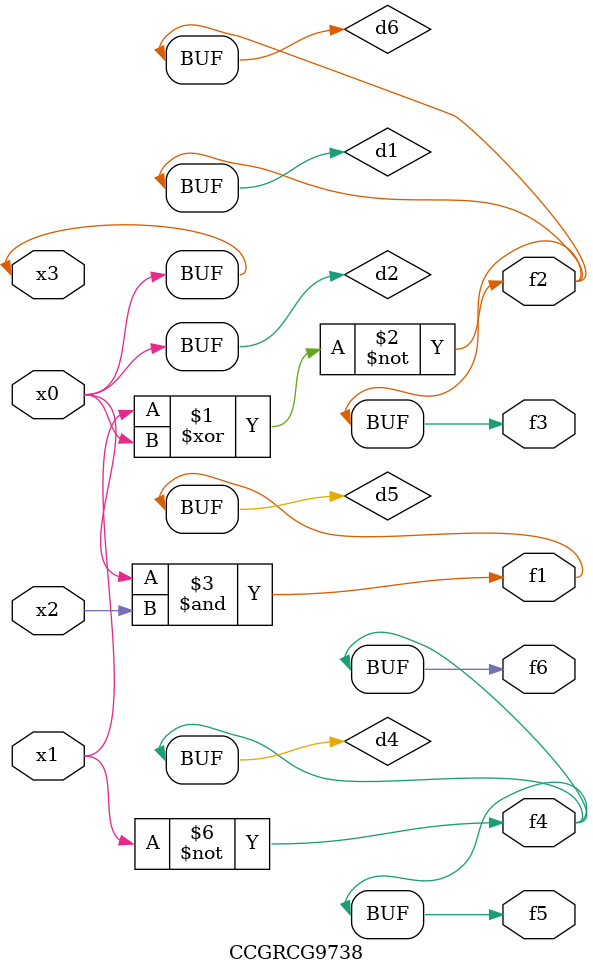
<source format=v>
module CCGRCG9738(
	input x0, x1, x2, x3,
	output f1, f2, f3, f4, f5, f6
);

	wire d1, d2, d3, d4, d5, d6;

	xnor (d1, x1, x3);
	buf (d2, x0, x3);
	nand (d3, x0, x2);
	not (d4, x1);
	nand (d5, d3);
	or (d6, d1);
	assign f1 = d5;
	assign f2 = d6;
	assign f3 = d6;
	assign f4 = d4;
	assign f5 = d4;
	assign f6 = d4;
endmodule

</source>
